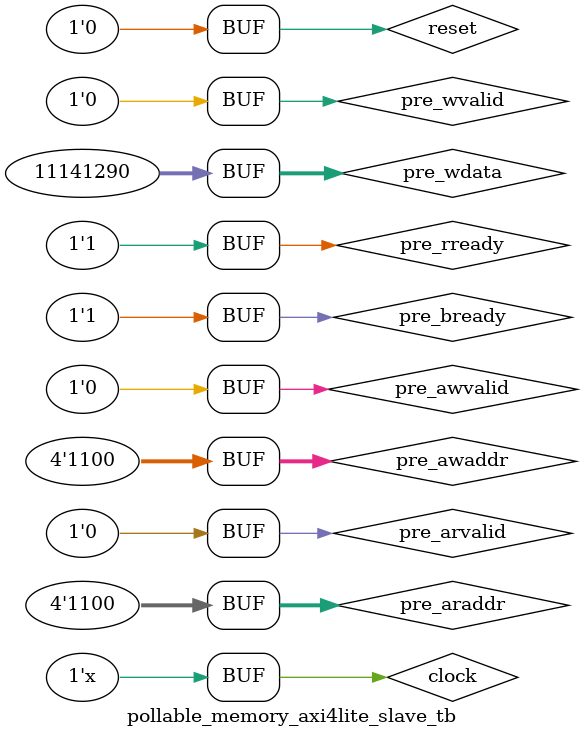
<source format=v>

module spi_slave_axi4lite_master__pollable_memory_axi4list_slave__tb;
	localparam ADDRESS_WIDTH = 4;
	localparam DATA_WIDTH = 32;
	reg clock = 0;
	reg reset = 1;
	reg [ADDRESS_WIDTH-1:0] pre_spi_write_address = 0;
	reg [ADDRESS_WIDTH-1:0] spi_write_address = 0;
	reg [DATA_WIDTH-1:0] pre_spi_write_data = 0;
	reg [DATA_WIDTH-1:0] spi_write_data = 0;
	reg pre_spi_write_strobe = 0;
	reg spi_write_strobe = 0;
	reg [ADDRESS_WIDTH-1:0] pre_spi_read_address = 0;
	reg [ADDRESS_WIDTH-1:0] spi_read_address = 0;
	wire [DATA_WIDTH-1:0] spi_read_data;
	reg pre_spi_read_strobe = 0;
	reg spi_read_strobe = 0;
	wire [ADDRESS_WIDTH-1:0] awaddr;
	wire awvalid;
	wire awready;
	wire [DATA_WIDTH-1:0] wdata;
	wire wvalid;
	wire wready;
	wire bresp;
	wire bvalid;
	wire bready;
	wire [ADDRESS_WIDTH-1:0] araddr;
	wire arvalid;
	wire arready;
	wire [DATA_WIDTH-1:0] rdata;
	wire rvalid;
	wire rready;
	spi_slave_axi4lite_master #(.ADDRESS_WIDTH(ADDRESS_WIDTH), .DATA_WIDTH(DATA_WIDTH)) ssam (
		.clock(clock), .reset(reset),
		.spi_write_address(spi_write_address), .spi_write_data(spi_write_data), .spi_write_strobe(spi_write_strobe),
		.spi_read_address(spi_read_address),   .spi_read_data(spi_read_data),   .spi_read_strobe(spi_read_strobe),
		.awaddr(awaddr), .awvalid(awvalid), .awready(awready),
		.wdata(wdata),   .wvalid(wvalid),   .wready(wready),
		.bresp(bresp),   .bvalid(bvalid),   .bready(bready),
		.araddr(araddr), .arvalid(arvalid), .arready(arready),
		.rdata(rdata),   .rvalid(rvalid),   .rready(rready)
	);
	pollable_memory_axi4lite_slave #(.ADDRESS_WIDTH(ADDRESS_WIDTH), .DATA_WIDTH(DATA_WIDTH)) pmas (
		.clock(clock), .reset(reset),
		.awaddr(awaddr), .awvalid(awvalid), .awready(awready),
		.wdata(wdata),   .wvalid(wvalid),   .wready(wready),
		.bresp(bresp),   .bvalid(bvalid),   .bready(bready),
		.araddr(araddr), .arvalid(arvalid), .arready(arready),
		.rdata(rdata),   .rvalid(rvalid),   .rready(rready)
	);
//	task automatic master_read_transaction;
//		input [ADDRESS_WIDTH-1:0] address;
	task automatic master_read_transaction(input [ADDRESS_WIDTH-1:0] address);
		begin
			#100;
			pre_spi_read_address <= address;
			pre_spi_read_strobe <= 1;
			#10;
			pre_spi_read_strobe <= 0;
		end
	endtask
//	task automatic master_write_transaction;
//		input [ADDRESS_WIDTH-1:0] address;
//		input [DATA_WIDTH-1:0] data;
	task automatic master_write_transaction(input [ADDRESS_WIDTH-1:0] address, input [DATA_WIDTH-1:0] data);
		begin
			#100;
			pre_spi_write_address <= address;
			pre_spi_write_data <= data;
			pre_spi_write_strobe <= 1;
			#10;
			pre_spi_write_strobe <= 0;
		end
	endtask
	initial begin
		#100; reset <= 0;
		#100; master_write_transaction(4'h2, 32'h12345678);
		#100; master_write_transaction(4'h5, 32'habcdef01);
		#100; master_write_transaction(4'he, 32'h55550000);
		#100; master_write_transaction(4'hc, 32'h00aa00aa);
		#100; master_read_transaction(4'h2);
		#100; master_read_transaction(4'hc);
		#100; master_read_transaction(4'he);
		#100; master_read_transaction(4'hc);
	end
	always @(posedge clock) begin
		spi_write_address <= pre_spi_write_address;
		spi_write_data    <= pre_spi_write_data;
		spi_write_strobe  <= pre_spi_write_strobe;
		spi_read_address <= pre_spi_read_address;
		spi_read_strobe  <= pre_spi_read_strobe;
	end
	always begin
		#5;
		clock <= ~clock;
	end
endmodule

module spi_slave_axi4lite_master #(
//module axi4lite_master #(
	parameter ADDRESS_WIDTH = 4,
	parameter DATA_WIDTH = 32
) (
	input clock,
	input reset,
	// SPI write channel
	input [ADDRESS_WIDTH-1:0] spi_write_address,
	input [DATA_WIDTH-1:0] spi_write_data,
	input spi_write_strobe,
	// SPI read channel
	input [ADDRESS_WIDTH-1:0] spi_read_address,
	output reg [DATA_WIDTH-1:0] spi_read_data = 0,
	input spi_read_strobe,
	// axi4lite Write Address channel (AW)
	output reg [ADDRESS_WIDTH-1:0] awaddr = 0, // Address of the first beat of the burst
	// awprot
	output reg awvalid = 0, // xVALID handshake signal
	input awready, // xREADY handshake signal
	// axi4lite Write Data channel (W)
	output reg [DATA_WIDTH-1:0] wdata = 0, // Read/Write data
	//output wlast, // Last beat identifier
	// wstrb, // Byte strobe, to indicate which bytes of the WDATA signal are valid
	output reg wvalid = 0, // xVALID handshake signal
	input wready, // xREADY handshake signal
	// axi4lite Write Response channel (B)
	input bresp, // Write response, to specify the status of the burst
	input bvalid, // xVALID handshake signal
	output reg bready = 0, // xREADY handshake signal
	// axi4lite Read Address channel (AR)
	output reg [ADDRESS_WIDTH-1:0] araddr = 0, // Address of the first beat of the burst
	// arprot, // Protection type: privilege, security level and data/instruction access
	output reg arvalid = 0, // xVALID handshake signal
	input arready, // xREADY handshake signal
	// axi4lite Read Data channel (R)
	input [DATA_WIDTH-1:0] rdata, // Read/Write data
//	input reg rresp, // Read response, to specify the status of the current RDATA signal
	//input rlast, // Last beat identifier
	input rvalid, // xVALID handshake signal
	output reg rready = 0 // xREADY handshake signal);
);
	reg [ADDRESS_WIDTH-1:0] pre_awaddr = 0;
	reg pre_awvalid = 0;
	reg [DATA_WIDTH-1:0] pre_wdata = 0;
	reg pre_wvalid  = 0;
	reg [ADDRESS_WIDTH-1:0] pre_araddr = 0;
	reg pre_arvalid = 0;
	reg [2:0] rstate = 0;
	reg [3:0] wstate = 0;
	reg [ADDRESS_WIDTH-1:0] local_spi_write_address;
	reg [DATA_WIDTH-1:0] local_spi_write_data;
	reg [ADDRESS_WIDTH-1:0] local_spi_read_address;
	reg [DATA_WIDTH-1:0] local_spi_read_data;
	reg last_write_was_succecssful = 0;
//	axi4lite_handshake awhandshake (.clock(clock), .reset(reset), .ready(awready), .valid_in(pre_awvalid), .valid_out(awvalid));
//	axi4lite_handshake whandshake (.clock(clock), .reset(reset), .ready(wready), .valid_in(pre_wvalid), .valid_out(wvalid));
//	axi4lite_handshake arhandshake (.clock(clock), .reset(reset), .ready(arready), .valid_in(pre_arvalid), .valid_out(arvalid));
	always @(posedge clock) begin
		if (reset) begin
			pre_awaddr  <= 0;
			pre_awvalid <= 0;
			pre_wdata   <= 0;
			pre_wvalid  <= 0;
			bready  <= 0;
			pre_araddr  <= 0;
			pre_arvalid <= 0;
			rready  <= 0;
			wstate <= 0;
			rstate <= 0;
			last_write_was_succecssful <= 0;
			spi_read_data <= 0;
		end else begin
			awvalid <= pre_awvalid;
			awaddr  <= pre_awaddr;
			wvalid  <= pre_wvalid;
			wdata   <= pre_wdata;
			araddr  <= pre_araddr;
			arvalid <= pre_arvalid;
			// write
			if (wstate[3:1]==0) begin
				if (wstate[0]==0) begin
					if (spi_write_strobe) begin
						local_spi_write_address <= spi_write_address;
						local_spi_write_data    <= spi_write_data;
						wstate[0] <= 1;
					end
				end else begin
					pre_awaddr <= spi_write_address;
					pre_awvalid <= 1;
					pre_wdata <= spi_write_data;
					pre_wvalid <= 1;
					bready <= 1;
					wstate[3:1] <= 3'b111;
				end
			end else begin
				wstate[0] <= 0;
				if (wstate[1]) begin
					if (awready) begin
						pre_awvalid <= 0;
						wstate[1] <= 0;
					end
				end
				if (wstate[2]) begin
					if (wready) begin
						pre_wvalid <= 0;
						wstate[2] <= 0;
					end
				end
				if (wstate[3]) begin
					if (bvalid) begin
						last_write_was_succecssful <= bresp;
						bready <= 0;
						wstate[3] <= 0;
					end
				end
			end
			// read
			if (rstate[2:1]==0) begin
				if (rstate[0]==0) begin
					if (spi_read_strobe) begin
						local_spi_read_address <= spi_read_address;
						rstate[0] <= 1;
					end
				end else begin
					pre_araddr <= local_spi_read_address;
					pre_arvalid <= 1;
					rready <= 1;
					rstate[2:1] <= 2'b11;
				end
			end else begin
				rstate[0] <= 0;
				if (rstate[1]) begin
					if (arready) begin
						pre_arvalid <= 0;
						rstate[1] <= 0;
					end
				end
				if (rstate[2]) begin
					if (rvalid) begin
						spi_read_data <= rdata;
						rready <= 0;
						rstate[2] <= 0;
					end
				end
			end
		end
	end
endmodule

// definitions from https://en.wikipedia.org/wiki/Advanced_eXtensible_Interface
module pollable_memory_axi4lite_slave #(
	parameter ADDRESS_WIDTH = 4,
	parameter DATA_WIDTH = 32
) (
	input clock,
	input reset,
	// axi4lite Write Address channel (AW)
	input [ADDRESS_WIDTH-1:0] awaddr, // Address of the first beat of the burst
	// awprot
	input awvalid, // xVALID handshake signal
	output reg awready = 0, // xREADY handshake signal
	// axi4lite Write Data channel (W)
	input [DATA_WIDTH-1:0] wdata, // Read/Write data
	//input wlast, // Last beat identifier
	// wstrb, // Byte strobe, to indicate which bytes of the WDATA signal are valid
	input wvalid, // xVALID handshake signal
	output reg wready = 0, // xREADY handshake signal
	// axi4lite Write Response channel (B)
	output reg bresp = 0, // Write response, to specify the status of the burst
	output reg bvalid = 0, // xVALID handshake signal
	input bready, // xREADY handshake signal
	// axi4lite Read Address channel (AR)
	input [ADDRESS_WIDTH-1:0] araddr, // Address of the first beat of the burst
	// arprot, // Protection type: privilege, security level and data/instruction access
	input arvalid, // xVALID handshake signal
	output reg arready = 0, // xREADY handshake signal
	// axi4lite Read Data channel (R)
	output reg [DATA_WIDTH-1:0] rdata = 0, // Read/Write data
//	output reg rresp = 0, // Read response, to specify the status of the current RDATA signal
	//output rlast, // Last beat identifier
	output reg rvalid = 0, // xVALID handshake signal
	input rready // xREADY handshake signal
);
	reg [2:0] wstate = 0;
	reg [ADDRESS_WIDTH-1:0] local_awaddr = 0;
	reg [DATA_WIDTH-1:0] local_wdata = 0;
	reg pre_bresp   = 0;
	reg pre_bvalid  = 0;
	reg [1:0] rstate = 0;
	reg [ADDRESS_WIDTH-1:0] local_araddr = 0;
	reg pre_arready = 0;
	reg [DATA_WIDTH-1:0] pre_rdata = 0;
//	reg pre_rresp  = 0;
	reg pre_rvalid = 0;
	reg [DATA_WIDTH-1:0] mem [2**ADDRESS_WIDTH-1:0];
	always @(posedge clock) begin
//		pre_bresp   <= 0;
//		pre_bvalid  <= 0;
//		pre_arready <= 0;
//		pre_rdata   <= 0;
//		pre_rresp   <= 0;
//		pre_rvalid  <= 0;
		if (reset) begin
			wstate <= 0;
			local_awaddr <= 0;
			awready <= 1;
			local_wdata <= 0;
			wready <= 1;
			local_araddr <= 0;
			arready <= 1;
			pre_bresp   <= 0;
			pre_bvalid  <= 0;
			pre_arready <= 1;
			pre_rdata   <= 0;
//			pre_rresp   <= 0;
			pre_rvalid  <= 0;
		end else begin
			bresp   <= pre_bresp;
			bvalid  <= pre_bvalid;
			arready <= pre_arready;
			rdata   <= pre_rdata;
//			rresp   <= pre_rresp;
			rvalid  <= pre_rvalid;
			// write
			if (wstate[2]==0) begin
				if (wstate[1:0]==2'b11) begin
					mem[local_awaddr] <= local_wdata;
					pre_bresp <= 1;
					pre_bvalid <= 1;
					wstate[2] <= 1;
				end
				if (awvalid) begin
					local_awaddr <= awaddr;
					awready <= 0;
					wstate[0] <= 1;
				end
				if (wvalid) begin
					local_wdata <= wdata;
					wready <= 0;
					wstate[1] <= 1;
				end
			end else begin
				wstate[1:0] <= 0;
				if (bready) begin
					pre_bresp <= 0;
					pre_bvalid <= 0;
					awready <= 1;
					wready <= 1;
					wstate[2] <= 0;
				end
			end
			// read
			if (rstate[1]==0) begin
				if (rstate[0]==0) begin
					if (arvalid) begin
						local_araddr <= araddr;
						arready <= 0;
						rstate[0] <= 1;
					end
				end else begin
					pre_rdata <= mem[local_araddr];
					pre_rvalid <= 1;
					rstate[1] <= 1;
				end
			end else begin
				rstate[0] <= 0;
				if (rready) begin
					pre_rvalid <= 0;
//					pre_rresp <= ;
					arready <= 1;
					rstate[1] <= 0;
				end
			end
		end
	end
endmodule


module axi4lite_handshake (
	input clock,
	input reset,
	input ready,
	input valid_in,
	output reg valid_out = 0
);
	reg state = 0;
	always @(posedge clock) begin
		if (reset) begin
			valid_out <= 0;
			state <= 0;
		end else begin
			if (state==0) begin
				if (valid_in) begin
					valid_out <= 1;
					state <= 1;
				end
			end else begin
				if (ready) begin
					valid_out <= 0;
					state <= 0;
				end
			end
		end
	end
endmodule

module pollable_memory_axi4lite_slave_tb;
	localparam ADDRESS_WIDTH = 4;
	localparam DATA_WIDTH = 32;
	reg clock = 0;
	reg reset = 1;
	reg [ADDRESS_WIDTH-1:0] pre_awaddr = 0;
	reg [ADDRESS_WIDTH-1:0] awaddr = 0;
	reg pre_awvalid = 0;
	wire awvalid;
	wire awready;
	reg [DATA_WIDTH-1:0] pre_wdata = 0;
	reg [DATA_WIDTH-1:0] wdata = 0;
	reg pre_wvalid = 0;
	wire wvalid;
	wire wready;
	wire bresp;
	wire bvalid;
	reg pre_bready = 1;
	reg bready = 1;
	reg [ADDRESS_WIDTH-1:0] pre_araddr = 0;
	reg [ADDRESS_WIDTH-1:0] araddr = 0;
	reg pre_arvalid = 0;
	reg arvalid = 0;
	wire arready;
	wire [DATA_WIDTH-1:0] rdata;
//	wire rresp;
	wire rvalid;
	reg pre_rready = 1;
	reg rready = 1;
	pollable_memory_axi4lite_slave #(.ADDRESS_WIDTH(ADDRESS_WIDTH), .DATA_WIDTH(DATA_WIDTH)) pmas (
		.clock(clock), .reset(reset),
		.awaddr(awaddr), .awvalid(awvalid), .awready(awready),
		.wdata(wdata), .wvalid(wvalid), .wready(wready),
		.bresp(bresp), .bvalid(bvalid), .bready(bready),
		.araddr(araddr), .arvalid(arvalid), .arready(arready),
		.rdata(rdata), .rvalid(rvalid), .rready(rready)
	);
	axi4lite_handshake awhandshake (.clock(clock), .reset(reset), .ready(awready), .valid_in(pre_awvalid), .valid_out(awvalid));
	axi4lite_handshake whandshake (.clock(clock), .reset(reset), .ready(wready), .valid_in(pre_wvalid), .valid_out(wvalid));
	axi4lite_handshake arhandshake (.clock(clock), .reset(reset), .ready(arready), .valid_in(pre_arvalid), .valid_out(arvalid));
	task automatic master_read_transaction;
		input [ADDRESS_WIDTH-1:0] address;
		begin
			#100;
			pre_araddr <= address;
			pre_arvalid <= 1;
			#10;
			pre_arvalid <= 0;
		end
	endtask
	task automatic master_write_transaction;
		input [ADDRESS_WIDTH-1:0] address;
		input [DATA_WIDTH-1:0] data;
		begin
			#100;
			pre_awaddr <= address;
			pre_awvalid <= 1;
			#10;
			pre_awvalid <= 0;
			#100;
			pre_wdata <= data;
			pre_wvalid <= 1;
			#10;
			pre_wvalid <= 0;
//			#30;
//			if (bvalid) begin
	//			if (bresp) begin
	//			end
//				pre_bready <= 0;
//			end
			#100;
			pre_bready <= 1;
		end
	endtask
	initial begin
		#100;
		reset <= 0;
		pre_awaddr <= 0;
		pre_awvalid <= 0;
		pre_wdata <= 0;
		pre_wvalid <= 0;
		pre_bready <= 1;
		pre_araddr <= 0;
		pre_arvalid <= 0;
		pre_rready <= 1;
		#100; master_write_transaction(4'h2, 32'h12345678);
		#100; master_write_transaction(4'h5, 32'habcdef01);
		#100; master_write_transaction(4'he, 32'h55550000);
		#100; master_write_transaction(4'hc, 32'h00aa00aa);
		#100; master_read_transaction(4'h2);
		#100; master_read_transaction(4'hc);
		#100; master_read_transaction(4'he);
		#100; master_read_transaction(4'hc);
	end
	always @(posedge clock) begin
		awaddr <= pre_awaddr;
		wdata <= pre_wdata;
		bready <= pre_bready;
		araddr <= pre_araddr;
		arvalid <= pre_arvalid;
		rready <= pre_rready;
	end
	always begin
		#5;
		clock <= ~clock;
	end
endmodule


</source>
